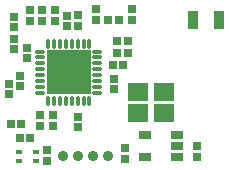
<source format=gts>
%TF.GenerationSoftware,Altium Limited,Altium Designer,24.5.2 (23)*%
G04 Layer_Color=8388736*
%FSLAX45Y45*%
%MOMM*%
%TF.SameCoordinates,384E1868-2758-46BA-9D19-E3ED856206BE*%
%TF.FilePolarity,Negative*%
%TF.FileFunction,Soldermask,Top*%
%TF.Part,Single*%
G01*
G75*
%TA.AperFunction,SMDPad,CuDef*%
%ADD35R,0.72000X0.80000*%
%ADD36R,0.60000X0.40000*%
%ADD37R,0.75000X0.65000*%
%ADD38R,0.84000X1.57000*%
%ADD39R,0.80000X0.72000*%
%ADD40R,0.72000X0.69000*%
%ADD41R,0.69000X0.72000*%
%ADD42R,0.65000X0.75000*%
%ADD43R,1.10000X0.70000*%
%ADD44R,1.80000X1.60000*%
%ADD45O,0.35000X0.90000*%
%ADD46O,0.90000X0.35000*%
%ADD47R,3.80000X3.80000*%
%TA.AperFunction,ComponentPad*%
%ADD48C,0.90000*%
D35*
X907350Y204091D02*
D03*
Y112091D02*
D03*
X734573Y1074119D02*
D03*
Y982118D02*
D03*
X953956Y501353D02*
D03*
Y409353D02*
D03*
X848207Y410411D02*
D03*
Y502411D02*
D03*
X1471201Y811753D02*
D03*
Y719753D02*
D03*
X758116Y1301741D02*
D03*
Y1393741D02*
D03*
X1169590Y1255872D02*
D03*
Y1347872D02*
D03*
X861478Y1394722D02*
D03*
Y1302722D02*
D03*
X971200Y1392398D02*
D03*
Y1300398D02*
D03*
X1317281Y1311717D02*
D03*
Y1403717D02*
D03*
X1625603Y1307984D02*
D03*
Y1399984D02*
D03*
X2173108Y148917D02*
D03*
Y240917D02*
D03*
X1569218Y131935D02*
D03*
Y223935D02*
D03*
D36*
X811041Y111824D02*
D03*
Y191771D02*
D03*
X671044Y111832D02*
D03*
Y191779D02*
D03*
D37*
X595698Y427398D02*
D03*
X680698D02*
D03*
X679124Y311085D02*
D03*
X764124D02*
D03*
D38*
X2357259Y1310876D02*
D03*
X2140259D02*
D03*
D39*
X1460124Y923569D02*
D03*
X1552124D02*
D03*
X1497355Y1025632D02*
D03*
X1589355D02*
D03*
X1498225Y1130034D02*
D03*
X1590225D02*
D03*
D40*
X1071398Y1253799D02*
D03*
Y1344799D02*
D03*
D41*
X1421198Y1310876D02*
D03*
X1512198D02*
D03*
D42*
X623159Y1249970D02*
D03*
Y1334970D02*
D03*
X680143Y831106D02*
D03*
Y746106D02*
D03*
X585435Y764027D02*
D03*
Y679027D02*
D03*
X622300Y1147400D02*
D03*
Y1062400D02*
D03*
X1168400Y487000D02*
D03*
Y402000D02*
D03*
D43*
X1733880Y145606D02*
D03*
Y335606D02*
D03*
X2008880D02*
D03*
Y240606D02*
D03*
Y145606D02*
D03*
D44*
X1891348Y524222D02*
D03*
Y694222D02*
D03*
X1671348Y524222D02*
D03*
Y694222D02*
D03*
D45*
X1264196Y1108287D02*
D03*
X1214196D02*
D03*
X1164196D02*
D03*
X1114196D02*
D03*
X1064196D02*
D03*
X1014196D02*
D03*
X964196D02*
D03*
X914196D02*
D03*
Y623287D02*
D03*
X964196D02*
D03*
X1014196D02*
D03*
X1064196D02*
D03*
X1114196D02*
D03*
X1164196D02*
D03*
X1214196D02*
D03*
X1264196D02*
D03*
D46*
X846696Y1040787D02*
D03*
Y990787D02*
D03*
Y940787D02*
D03*
Y890787D02*
D03*
Y840787D02*
D03*
Y790787D02*
D03*
Y740787D02*
D03*
Y690787D02*
D03*
X1331696D02*
D03*
Y740787D02*
D03*
Y790787D02*
D03*
Y840787D02*
D03*
Y890787D02*
D03*
Y940787D02*
D03*
Y990787D02*
D03*
Y1040787D02*
D03*
D47*
X1089196Y865787D02*
D03*
D48*
X1417734Y155806D02*
D03*
X1290734D02*
D03*
X1163734D02*
D03*
X1036734D02*
D03*
%TF.MD5,099c4cb06d3ca50fc54af63d8fa383d7*%
M02*

</source>
